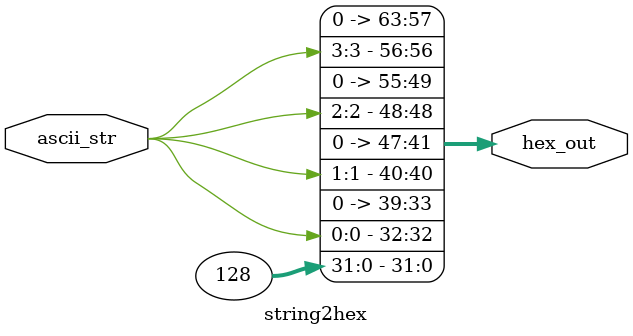
<source format=v>
`timescale 1ns / 1ps
module string2hex (
    input [3:0] ascii_str,   // 7 characters * 8 bits = 56 bits
    output reg [63:0] hex_out
);


always @(*) begin
    hex_out = 64'd0;

    // Assign each byte manually
    hex_out[63:56] = {7'b0000000,ascii_str[3]}; // Byte 0
    hex_out[55:48] = {7'b0000000,ascii_str[2]}; // Byte 1
    hex_out[47:40] = {7'b0000000,ascii_str[1]}; // Byte 2
    hex_out[39:32] = {7'b0000000,ascii_str[0]}; // Byte 3
    hex_out[31:24] = 8'h00; // Byte 4
    hex_out[23:16] = 8'h00;  // Byte 5
    hex_out[15:8]  = 8'h00;   // Byte 6

    // Append 0x80 at the end (Byte 7)
    hex_out[7:0] = 8'h80;
end

endmodule

</source>
